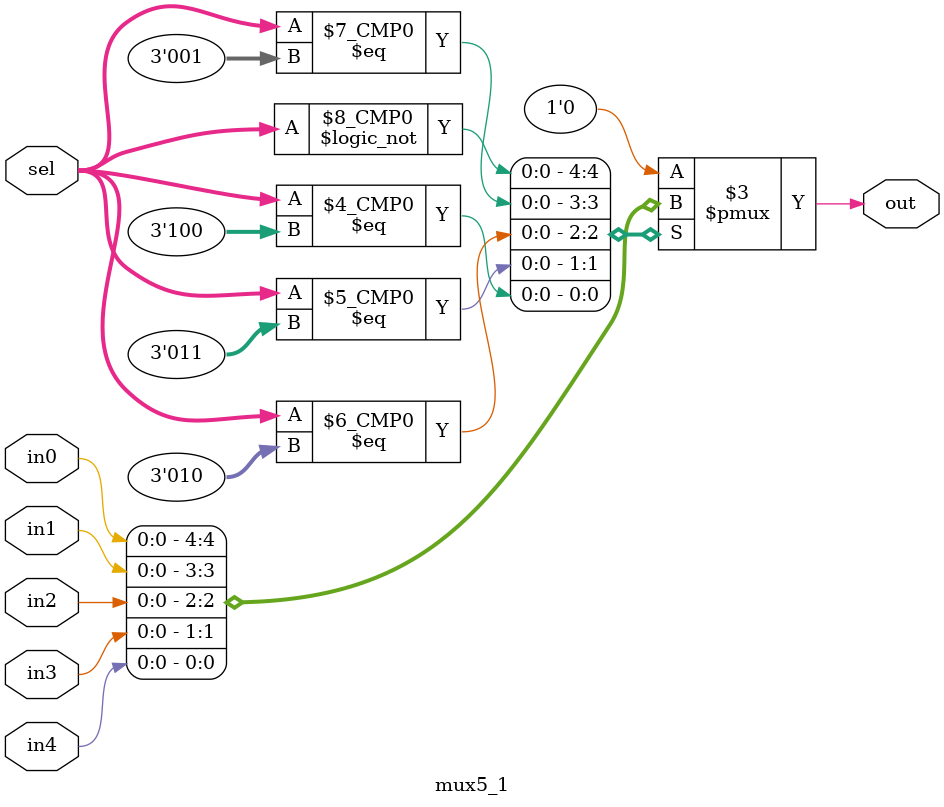
<source format=v>
`timescale 1ns / 1ps


module mux5_1 (
    input            in0,
    input            in1,
    input            in2,
    input            in3,
    input            in4,
    input      [2:0] sel,
    output reg       out
);
  // main code
  always@(*) begin
    case (sel)
        3'd0: out <= in0;
        3'd1: out <= in1;
        3'd2: out <= in2;
        3'd3: out <= in3;
        3'd4: out <= in4;
        default: out <= 1'b0;
    endcase
  end

endmodule

</source>
